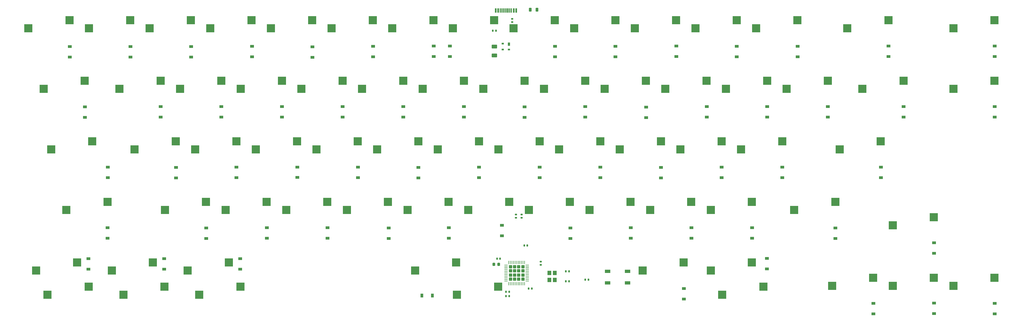
<source format=gbp>
%TF.GenerationSoftware,KiCad,Pcbnew,(6.0.10)*%
%TF.CreationDate,2023-05-22T00:42:52-07:00*%
%TF.ProjectId,LFK2,4c464b32-2e6b-4696-9361-645f70636258,rev?*%
%TF.SameCoordinates,Original*%
%TF.FileFunction,Paste,Bot*%
%TF.FilePolarity,Positive*%
%FSLAX46Y46*%
G04 Gerber Fmt 4.6, Leading zero omitted, Abs format (unit mm)*
G04 Created by KiCad (PCBNEW (6.0.10)) date 2023-05-22 00:42:52*
%MOMM*%
%LPD*%
G01*
G04 APERTURE LIST*
G04 Aperture macros list*
%AMRoundRect*
0 Rectangle with rounded corners*
0 $1 Rounding radius*
0 $2 $3 $4 $5 $6 $7 $8 $9 X,Y pos of 4 corners*
0 Add a 4 corners polygon primitive as box body*
4,1,4,$2,$3,$4,$5,$6,$7,$8,$9,$2,$3,0*
0 Add four circle primitives for the rounded corners*
1,1,$1+$1,$2,$3*
1,1,$1+$1,$4,$5*
1,1,$1+$1,$6,$7*
1,1,$1+$1,$8,$9*
0 Add four rect primitives between the rounded corners*
20,1,$1+$1,$2,$3,$4,$5,0*
20,1,$1+$1,$4,$5,$6,$7,0*
20,1,$1+$1,$6,$7,$8,$9,0*
20,1,$1+$1,$8,$9,$2,$3,0*%
G04 Aperture macros list end*
%ADD10R,2.550000X2.500000*%
%ADD11R,1.200000X0.900000*%
%ADD12RoundRect,0.140000X-0.140000X-0.170000X0.140000X-0.170000X0.140000X0.170000X-0.140000X0.170000X0*%
%ADD13RoundRect,0.140000X0.140000X0.170000X-0.140000X0.170000X-0.140000X-0.170000X0.140000X-0.170000X0*%
%ADD14R,0.700000X1.000000*%
%ADD15R,0.700000X0.600000*%
%ADD16RoundRect,0.135000X-0.185000X0.135000X-0.185000X-0.135000X0.185000X-0.135000X0.185000X0.135000X0*%
%ADD17RoundRect,0.225000X0.225000X0.250000X-0.225000X0.250000X-0.225000X-0.250000X0.225000X-0.250000X0*%
%ADD18RoundRect,0.135000X0.135000X0.185000X-0.135000X0.185000X-0.135000X-0.185000X0.135000X-0.185000X0*%
%ADD19RoundRect,0.218750X0.218750X0.381250X-0.218750X0.381250X-0.218750X-0.381250X0.218750X-0.381250X0*%
%ADD20R,1.800000X1.100000*%
%ADD21RoundRect,0.250000X-0.625000X0.375000X-0.625000X-0.375000X0.625000X-0.375000X0.625000X0.375000X0*%
%ADD22RoundRect,0.140000X-0.170000X0.140000X-0.170000X-0.140000X0.170000X-0.140000X0.170000X0.140000X0*%
%ADD23R,1.200000X1.400000*%
%ADD24RoundRect,0.135000X-0.135000X-0.185000X0.135000X-0.185000X0.135000X0.185000X-0.135000X0.185000X0*%
%ADD25R,0.600000X1.450000*%
%ADD26R,0.300000X1.450000*%
%ADD27RoundRect,0.250000X-0.275000X0.275000X-0.275000X-0.275000X0.275000X-0.275000X0.275000X0.275000X0*%
%ADD28RoundRect,0.062500X-0.062500X0.475000X-0.062500X-0.475000X0.062500X-0.475000X0.062500X0.475000X0*%
%ADD29RoundRect,0.062500X-0.475000X0.062500X-0.475000X-0.062500X0.475000X-0.062500X0.475000X0.062500X0*%
%ADD30R,0.900000X1.200000*%
G04 APERTURE END LIST*
D10*
X100747500Y-135890000D03*
X87820500Y-138430000D03*
X248502500Y-54610000D03*
X261429500Y-52070000D03*
X219927500Y-73660000D03*
X232854500Y-71120000D03*
X65146250Y-92710000D03*
X78073250Y-90170000D03*
X250883750Y-130810000D03*
X263810750Y-128270000D03*
X296127500Y-73660000D03*
X309054500Y-71120000D03*
X108008750Y-130810000D03*
X120935750Y-128270000D03*
X243740000Y-92710000D03*
X256667000Y-90170000D03*
X158015000Y-111760000D03*
X170942000Y-109220000D03*
X138965000Y-111760000D03*
X151892000Y-109220000D03*
X205640000Y-92710000D03*
X218567000Y-90170000D03*
X84196250Y-130810000D03*
X97123250Y-128270000D03*
X272315000Y-111760000D03*
X285242000Y-109220000D03*
X310415000Y-135572500D03*
X323342000Y-133032500D03*
X105627500Y-73660000D03*
X118554500Y-71120000D03*
X110390000Y-92710000D03*
X123317000Y-90170000D03*
X60383750Y-130810000D03*
X73310750Y-128270000D03*
X224690000Y-92710000D03*
X237617000Y-90170000D03*
X62765000Y-73660000D03*
X75692000Y-71120000D03*
X191352500Y-54610000D03*
X204279500Y-52070000D03*
X267552500Y-54610000D03*
X280479500Y-52070000D03*
X162777500Y-73660000D03*
X175704500Y-71120000D03*
X124677500Y-73660000D03*
X137604500Y-71120000D03*
X215165000Y-111760000D03*
X228092000Y-109220000D03*
X96102500Y-54610000D03*
X109029500Y-52070000D03*
X167540000Y-92710000D03*
X180467000Y-90170000D03*
X329465000Y-135572500D03*
X342392000Y-133032500D03*
X342392000Y-113973915D03*
X329465000Y-116513915D03*
X124560000Y-135890000D03*
X111633000Y-138430000D03*
X348515000Y-54610000D03*
X361442000Y-52070000D03*
X319940000Y-73660000D03*
X332867000Y-71120000D03*
X348515000Y-135572500D03*
X361442000Y-133032500D03*
X262790000Y-92710000D03*
X275717000Y-90170000D03*
X76935000Y-135890000D03*
X64008000Y-138430000D03*
X277077500Y-73660000D03*
X290004500Y-71120000D03*
X238977500Y-73660000D03*
X251904500Y-71120000D03*
X315177500Y-54610000D03*
X328104500Y-52070000D03*
X172302500Y-54610000D03*
X185229500Y-52070000D03*
X91340000Y-92710000D03*
X104267000Y-90170000D03*
X134202500Y-54610000D03*
X147129500Y-52070000D03*
X100865000Y-111760000D03*
X113792000Y-109220000D03*
X58002500Y-54610000D03*
X70929500Y-52070000D03*
X143727500Y-73660000D03*
X156654500Y-71120000D03*
X210402500Y-54610000D03*
X223329500Y-52070000D03*
X177065000Y-111760000D03*
X189992000Y-109220000D03*
X298508750Y-111760000D03*
X311435750Y-109220000D03*
X275921497Y-138430000D03*
X288848497Y-135890000D03*
X179446250Y-130810000D03*
X192373250Y-128270000D03*
X229452500Y-54610000D03*
X242379500Y-52070000D03*
X200877500Y-73660000D03*
X213804500Y-71120000D03*
X86577500Y-73660000D03*
X99504500Y-71120000D03*
X253265000Y-111760000D03*
X266192000Y-109220000D03*
X205522500Y-135890000D03*
X192595500Y-138430000D03*
X286602500Y-54610000D03*
X299529500Y-52070000D03*
X119915000Y-111760000D03*
X132842000Y-109220000D03*
X148490000Y-92710000D03*
X161417000Y-90170000D03*
X196115000Y-111760000D03*
X209042000Y-109220000D03*
X186590000Y-92710000D03*
X199517000Y-90170000D03*
X312796250Y-92710000D03*
X325723250Y-90170000D03*
X129440000Y-92710000D03*
X142367000Y-90170000D03*
X281840000Y-92710000D03*
X294767000Y-90170000D03*
X272315000Y-130810000D03*
X285242000Y-128270000D03*
X258027500Y-73660000D03*
X270954500Y-71120000D03*
X181827500Y-73660000D03*
X194754500Y-71120000D03*
X115152500Y-54610000D03*
X128079500Y-52070000D03*
X153252500Y-54610000D03*
X166179500Y-52070000D03*
X77052500Y-54610000D03*
X89979500Y-52070000D03*
X348515000Y-73660000D03*
X361442000Y-71120000D03*
X234215000Y-111760000D03*
X247142000Y-109220000D03*
X69908750Y-111760000D03*
X82835750Y-109220000D03*
D11*
X263896220Y-139739590D03*
X263896220Y-136439590D03*
D12*
X213735535Y-122915772D03*
X214695535Y-122915772D03*
D11*
X124475000Y-130350000D03*
X124475000Y-127050000D03*
X137635040Y-82519921D03*
X137635040Y-79219921D03*
X99565183Y-82518709D03*
X99565183Y-79218709D03*
X275762226Y-101565732D03*
X275762226Y-98265732D03*
D13*
X206154733Y-127060984D03*
X205194733Y-127060984D03*
D11*
X261496938Y-63425118D03*
X261496938Y-60125118D03*
X309119393Y-82485757D03*
X309119393Y-79185757D03*
X342435512Y-125384952D03*
X342435512Y-122084952D03*
X190042796Y-120610931D03*
X190042796Y-117310931D03*
X206768750Y-119839433D03*
X206768750Y-116539433D03*
X213829592Y-82625706D03*
X213829592Y-79325706D03*
X294803937Y-101578797D03*
X294803937Y-98278797D03*
X361475912Y-82549546D03*
X361475912Y-79249546D03*
X266240103Y-120648038D03*
X266240103Y-117348038D03*
X90093750Y-63662500D03*
X90093750Y-60362500D03*
X185322604Y-63502895D03*
X185322604Y-60202895D03*
D12*
X226806865Y-131016825D03*
X227766865Y-131016825D03*
D14*
X208962500Y-59575000D03*
D15*
X208962500Y-61275000D03*
X206962500Y-61275000D03*
X206962500Y-59375000D03*
D11*
X237655378Y-101601434D03*
X237655378Y-98301434D03*
X82867591Y-120622553D03*
X82867591Y-117322553D03*
X251982936Y-82646221D03*
X251982936Y-79346221D03*
X109143750Y-63662500D03*
X109143750Y-60362500D03*
X113830769Y-120680899D03*
X113830769Y-117380899D03*
X118565736Y-82501915D03*
X118565736Y-79201915D03*
X218605573Y-101601043D03*
X218605573Y-98301043D03*
X171133465Y-120688120D03*
X171133465Y-117388120D03*
D16*
X211148479Y-113161698D03*
X211148479Y-114181698D03*
D11*
X311500508Y-120660917D03*
X311500508Y-117360917D03*
X71037500Y-63650000D03*
X71037500Y-60350000D03*
X147243750Y-63712500D03*
X147243750Y-60412500D03*
D17*
X205737191Y-128809371D03*
X204187191Y-128809371D03*
D18*
X204898440Y-55358810D03*
X203878440Y-55358810D03*
D19*
X217732332Y-48716659D03*
X215607332Y-48716659D03*
D11*
X75752308Y-82594908D03*
X75752308Y-79294908D03*
X361480191Y-63464210D03*
X361480191Y-60164210D03*
X161482546Y-101606480D03*
X161482546Y-98306480D03*
D18*
X209001745Y-137427197D03*
X207981745Y-137427197D03*
D20*
X239948410Y-134710074D03*
X246148410Y-134710074D03*
X239948410Y-131010074D03*
X246148410Y-131010074D03*
D21*
X204356967Y-60331928D03*
X204356967Y-63131928D03*
D11*
X151937360Y-120609126D03*
X151937360Y-117309126D03*
D22*
X218877419Y-128008811D03*
X218877419Y-128968811D03*
D23*
X221657984Y-133755317D03*
X221657984Y-131555317D03*
X223357984Y-131555317D03*
X223357984Y-133755317D03*
D11*
X100651926Y-130348928D03*
X100651926Y-127048928D03*
X228197588Y-120709086D03*
X228197588Y-117409086D03*
X199527272Y-101539145D03*
X199527272Y-98239145D03*
D24*
X232893793Y-133646922D03*
X233913793Y-133646922D03*
D11*
X82920289Y-101562833D03*
X82920289Y-98262833D03*
D12*
X215147940Y-136435975D03*
X216107940Y-136435975D03*
D11*
X361489544Y-144374562D03*
X361489544Y-141074562D03*
X342460371Y-144320807D03*
X342460371Y-141020807D03*
X132892080Y-120651238D03*
X132892080Y-117351238D03*
X299621537Y-63515858D03*
X299621537Y-60215858D03*
X285294428Y-120653962D03*
X285294428Y-117353962D03*
X332920697Y-82553627D03*
X332920697Y-79253627D03*
X104326708Y-101653683D03*
X104326708Y-98353683D03*
X180509065Y-101614167D03*
X180509065Y-98314167D03*
D16*
X209935378Y-51583853D03*
X209935378Y-52603853D03*
D11*
X290059887Y-82508139D03*
X290059887Y-79208139D03*
X242393750Y-63548508D03*
X242393750Y-60248508D03*
X289976169Y-130272601D03*
X289976169Y-126972601D03*
X328144363Y-63490206D03*
X328144363Y-60190206D03*
X325762185Y-101540773D03*
X325762185Y-98240773D03*
X323397500Y-144417084D03*
X323397500Y-141117084D03*
D25*
X204737500Y-48970000D03*
X205512500Y-48970000D03*
D26*
X206212500Y-48970000D03*
X206712500Y-48970000D03*
X207212500Y-48970000D03*
X207712500Y-48970000D03*
X208212500Y-48970000D03*
X208712500Y-48970000D03*
X209212500Y-48970000D03*
X209712500Y-48970000D03*
D25*
X210412500Y-48970000D03*
X211187500Y-48970000D03*
D27*
X213303361Y-133499742D03*
X210703361Y-133499742D03*
X213303361Y-129599742D03*
X212003361Y-130899742D03*
X210703361Y-129599742D03*
X209403361Y-130899742D03*
X212003361Y-129599742D03*
X212003361Y-132199742D03*
X210703361Y-130899742D03*
X209403361Y-133499742D03*
X209403361Y-132199742D03*
X209403361Y-129599742D03*
X213303361Y-130899742D03*
X210703361Y-132199742D03*
X212003361Y-133499742D03*
X213303361Y-132199742D03*
D28*
X208853361Y-128212242D03*
X209353361Y-128212242D03*
X209853361Y-128212242D03*
X210353361Y-128212242D03*
X210853361Y-128212242D03*
X211353361Y-128212242D03*
X211853361Y-128212242D03*
X212353361Y-128212242D03*
X212853361Y-128212242D03*
X213353361Y-128212242D03*
X213853361Y-128212242D03*
D29*
X214690861Y-129049742D03*
X214690861Y-129549742D03*
X214690861Y-130049742D03*
X214690861Y-130549742D03*
X214690861Y-131049742D03*
X214690861Y-131549742D03*
X214690861Y-132049742D03*
X214690861Y-132549742D03*
X214690861Y-133049742D03*
X214690861Y-133549742D03*
X214690861Y-134049742D03*
D28*
X213853361Y-134887242D03*
X213353361Y-134887242D03*
X212853361Y-134887242D03*
X212353361Y-134887242D03*
X211853361Y-134887242D03*
X211353361Y-134887242D03*
X210853361Y-134887242D03*
X210353361Y-134887242D03*
X209853361Y-134887242D03*
X209353361Y-134887242D03*
X208853361Y-134887242D03*
D29*
X208015861Y-134049742D03*
X208015861Y-133549742D03*
X208015861Y-133049742D03*
X208015861Y-132549742D03*
X208015861Y-132049742D03*
X208015861Y-131549742D03*
X208015861Y-131049742D03*
X208015861Y-130549742D03*
X208015861Y-130049742D03*
X208015861Y-129549742D03*
X208015861Y-129049742D03*
D30*
X184849850Y-138641446D03*
X181549850Y-138641446D03*
D11*
X156689261Y-82543578D03*
X156689261Y-79243578D03*
D12*
X226806865Y-134191825D03*
X227766865Y-134191825D03*
D11*
X190405396Y-63476963D03*
X190405396Y-60176963D03*
X232904074Y-82532383D03*
X232904074Y-79232383D03*
D16*
X212940522Y-113161097D03*
X212940522Y-114181097D03*
D11*
X271035605Y-82475849D03*
X271035605Y-79175849D03*
X142439817Y-101523749D03*
X142439817Y-98223749D03*
X247166863Y-120621909D03*
X247166863Y-117321909D03*
X128237500Y-63562500D03*
X128237500Y-60262500D03*
D12*
X208018595Y-138847966D03*
X208978595Y-138847966D03*
D11*
X76850000Y-130342934D03*
X76850000Y-127042934D03*
X256705378Y-101631290D03*
X256705378Y-98331290D03*
X223437500Y-63562500D03*
X223437500Y-60262500D03*
X175743242Y-82543963D03*
X175743242Y-79243963D03*
X280510254Y-63530872D03*
X280510254Y-60230872D03*
X123353982Y-101594891D03*
X123353982Y-98294891D03*
X194764424Y-82521863D03*
X194764424Y-79221863D03*
X166293750Y-63562500D03*
X166293750Y-60262500D03*
M02*

</source>
